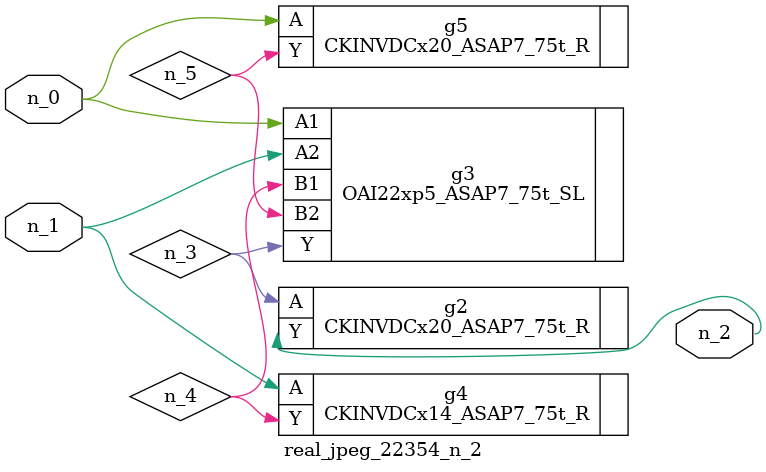
<source format=v>
module real_jpeg_22354_n_2 (n_1, n_0, n_2);

input n_1;
input n_0;

output n_2;

wire n_5;
wire n_4;
wire n_3;

OAI22xp5_ASAP7_75t_SL g3 ( 
.A1(n_0),
.A2(n_1),
.B1(n_4),
.B2(n_5),
.Y(n_3)
);

CKINVDCx20_ASAP7_75t_R g5 ( 
.A(n_0),
.Y(n_5)
);

CKINVDCx14_ASAP7_75t_R g4 ( 
.A(n_1),
.Y(n_4)
);

CKINVDCx20_ASAP7_75t_R g2 ( 
.A(n_3),
.Y(n_2)
);


endmodule
</source>
